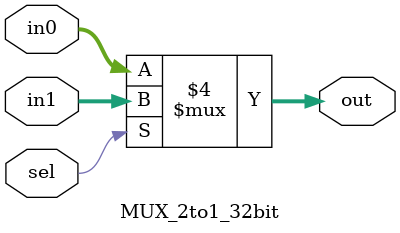
<source format=v>
module MUX_2to1_32bit(
    input [31:0] in0,
    input [31:0] in1,
    input sel,
    output reg [31:0] out
);
always @(*) begin
if(sel == 1'b0) begin
out = in0;
end
else begin
out = in1;
end
end
endmodule

</source>
